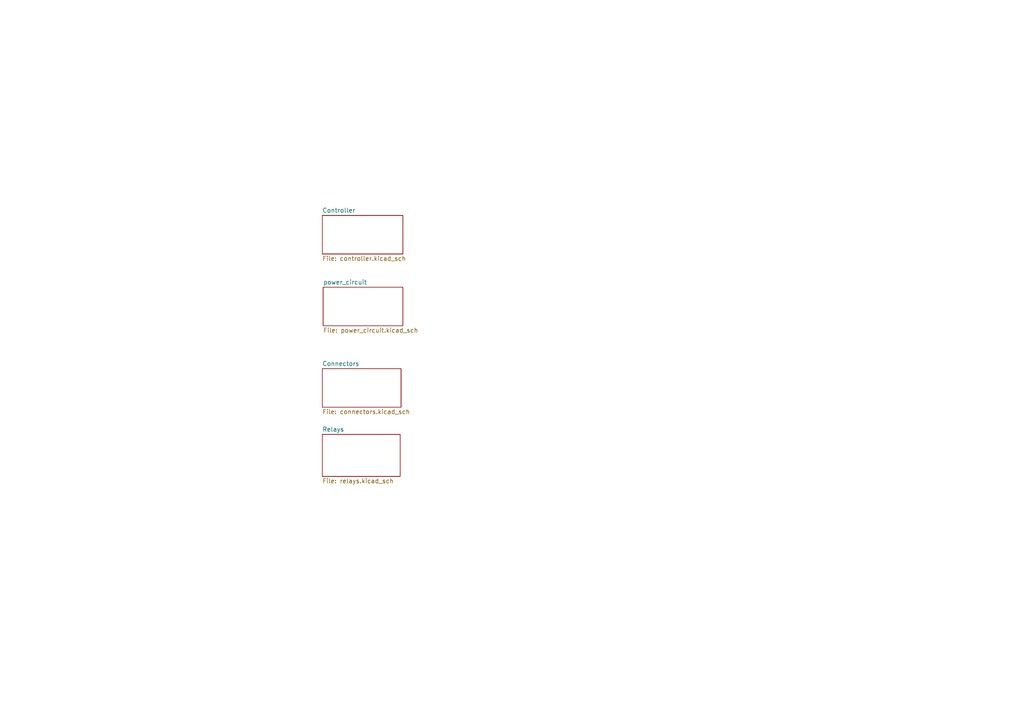
<source format=kicad_sch>
(kicad_sch (version 20211123) (generator eeschema)
  (paper "A4")
  (lib_symbols)
  (sheet (at 93.726 83.312) (size 23.114 11.176) (stroke (width 0.1524))
    (property "Sheet name" "power_circuit" (at 93.726 82.6004 0) (effects (justify left bottom)))
    (property "Sheet file" "power_circuit.kicad_sch" (at 93.726 95.0726 0) (effects (justify left top)))
  )
  (sheet (at 93.472 125.984) (size 22.606 12.192) (stroke (width 0.1524))
    (property "Sheet name" "Relays" (at 93.472 125.2724 0) (effects (justify left bottom)))
    (property "Sheet file" "relays.kicad_sch" (at 93.472 138.7606 0) (effects (justify left top)))
  )
  (sheet (at 93.472 62.484) (size 23.368 11.176) (stroke (width 0.1524))
    (property "Sheet name" "Controller" (at 93.472 61.7724 0) (effects (justify left bottom)))
    (property "Sheet file" "controller.kicad_sch" (at 93.472 74.2446 0) (effects (justify left top)))
  )
  (sheet (at 93.472 106.934) (size 22.86 11.176) (stroke (width 0.1524))
    (property "Sheet name" "Connectors" (at 93.472 106.2224 0) (effects (justify left bottom)))
    (property "Sheet file" "connectors.kicad_sch" (at 93.472 118.6946 0) (effects (justify left top)))
  )
)
</source>
